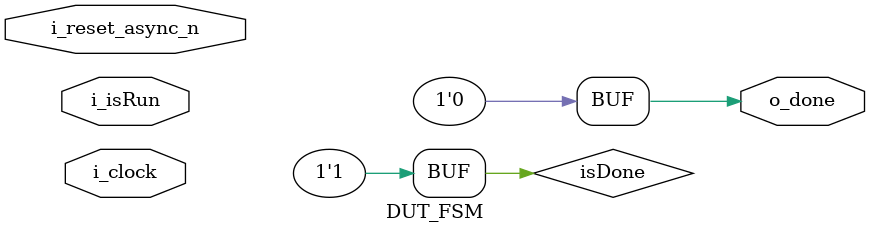
<source format=v>
`timescale 1ns/1ps
module DUT_FSM(
        input i_clock,
        input i_reset_async_n,
        input i_isRun,
        output reg o_done
);

localparam  STATE_IDLE = 2'b00;
localparam  STATE_RUN  = 2'b01;
localparam  STATE_DONE = 2'b10;
reg [1:0] state_cur;
reg [1:0] state_next;

wire isDone = 1'b1;
// reset On     :state_cur=STATE_IDEL
// clock Rising :state_cur=state_next
always @(posedge i_clock or negedge i_reset_async_n) begin
        if(!i_reset_async_n)begin
                state_cur <= STATE_IDLE;
        end else begin
                state_cur <= state_next;
        end
end
// changes in {i_isRun, isDone, state_cur}
always @(*) begin
        state_next = STATE_IDLE;//to prevent latch(???)
        case(state_cur)
                STATE_IDLE:
                        if(i_isRun)
                                state_next = STATE_RUN;
                STATE_RUN:
                        if(isDone)
                                state_next = STATE_DONE;
                STATE_DONE:
                        state_next = STATE_IDLE;
        endcase
end

// change in {state_cur}
always @(*)begin
        o_done=0;//to prevent latch(???)
        case(state_cur)
                STATE_DONE:
                        o_done=0;
        endcase
end
endmodule

</source>
